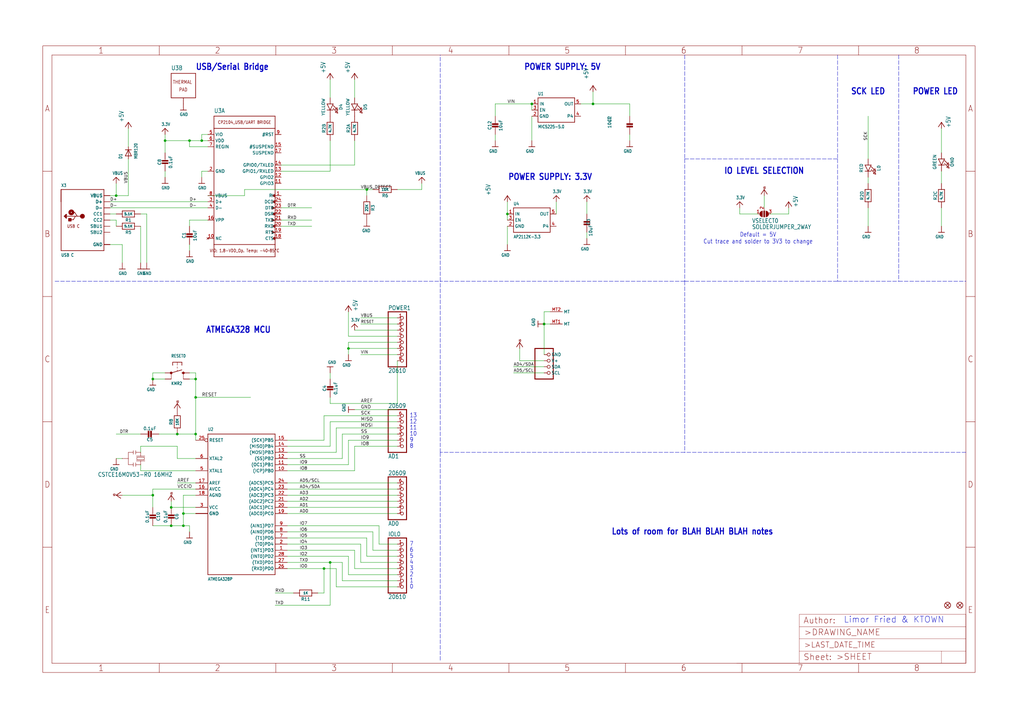
<source format=kicad_sch>
(kicad_sch (version 20211123) (generator eeschema)
  (paper "User" 425.45 299.161)
  (junction (at 78.74 58.42))
  (junction (at 76.2 218.44))
  (junction (at 71.12 218.44))
  (junction (at 144.78 144.78))
  (junction (at 71.12 210.82))
  (junction (at 63.5 205.74))
  (junction (at 68.58 58.42))
  (junction (at 81.28 165.1))
  (junction (at 210.82 88.9))
  (junction (at 137.16 233.68))
  (junction (at 81.28 180.34))
  (junction (at 134.62 236.22))
  (junction (at 152.4 78.74))
  (junction (at 83.82 58.42))
  (junction (at 48.26 81.28))
  (junction (at 246.38 43.18))
  (junction (at 63.5 157.48))
  (junction (at 73.66 180.34))
  (junction (at 81.28 157.48))
  (junction (at 220.98 43.18))
  (junction (at 226.06 134.62))
  (junction (at 76.2 213.36))
  (wire (pts (xy 78.74 218.44) (xy 78.74 220.98)))
  (wire (pts (xy 142.24 241.3) (xy 165.1 241.3)))
  (polyline (pts (xy 347.98 66.04) (xy 347.98 116.84)))
  (wire (pts (xy 63.5 154.94) (xy 63.5 157.48)))
  (wire (pts (xy 119.38 205.74) (xy 165.1 205.74)))
  (wire (pts (xy 81.28 210.82) (xy 71.12 210.82)))
  (wire (pts (xy 119.38 228.6) (xy 147.32 228.6)))
  (wire (pts (xy 360.68 93.98) (xy 360.68 86.36)))
  (wire (pts (xy 226.06 149.86) (xy 215.9 149.86)))
  (polyline (pts (xy 284.48 116.84) (xy 284.48 187.96)))
  (polyline (pts (xy 284.48 66.04) (xy 347.98 66.04)))
  (wire (pts (xy 137.16 185.42) (xy 119.38 185.42)))
  (wire (pts (xy 139.7 177.8) (xy 139.7 187.96)))
  (wire (pts (xy 137.16 58.42) (xy 137.16 71.12)))
  (wire (pts (xy 152.4 78.74) (xy 152.4 81.28)))
  (wire (pts (xy 149.86 226.06) (xy 119.38 226.06)))
  (wire (pts (xy 360.68 76.2) (xy 360.68 73.66)))
  (wire (pts (xy 144.78 144.78) (xy 144.78 147.32)))
  (wire (pts (xy 210.82 101.6) (xy 210.82 93.98)))
  (wire (pts (xy 165.1 182.88) (xy 144.78 182.88)))
  (wire (pts (xy 152.4 78.74) (xy 154.94 78.74)))
  (wire (pts (xy 129.54 93.98) (xy 116.84 93.98)))
  (wire (pts (xy 45.72 88.9) (xy 48.26 88.9)))
  (wire (pts (xy 53.34 81.28) (xy 48.26 81.28)))
  (wire (pts (xy 327.66 88.9) (xy 320.04 88.9)))
  (wire (pts (xy 68.58 154.94) (xy 63.5 154.94)))
  (wire (pts (xy 73.66 185.42) (xy 73.66 190.5)))
  (wire (pts (xy 165.1 132.08) (xy 149.86 132.08)))
  (wire (pts (xy 144.78 231.14) (xy 119.38 231.14)))
  (wire (pts (xy 175.26 78.74) (xy 175.26 76.2)))
  (wire (pts (xy 81.28 195.58) (xy 58.42 195.58)))
  (wire (pts (xy 165.1 167.64) (xy 137.16 167.64)))
  (wire (pts (xy 165.1 167.64) (xy 165.1 149.86)))
  (wire (pts (xy 165.1 243.84) (xy 139.7 243.84)))
  (wire (pts (xy 119.38 210.82) (xy 165.1 210.82)))
  (polyline (pts (xy 22.86 116.84) (xy 182.88 116.84)))
  (polyline (pts (xy 284.48 116.84) (xy 347.98 116.84)))
  (wire (pts (xy 116.84 71.12) (xy 137.16 71.12)))
  (wire (pts (xy 139.7 187.96) (xy 119.38 187.96)))
  (wire (pts (xy 144.78 142.24) (xy 144.78 144.78)))
  (polyline (pts (xy 284.48 22.86) (xy 284.48 66.04)))
  (wire (pts (xy 63.5 210.82) (xy 63.5 205.74)))
  (wire (pts (xy 144.78 193.04) (xy 119.38 193.04)))
  (wire (pts (xy 261.62 43.18) (xy 261.62 48.26)))
  (wire (pts (xy 226.06 147.32) (xy 226.06 134.62)))
  (wire (pts (xy 81.28 180.34) (xy 81.28 165.1)))
  (wire (pts (xy 142.24 190.5) (xy 142.24 180.34)))
  (wire (pts (xy 86.36 58.42) (xy 83.82 58.42)))
  (wire (pts (xy 243.84 83.82) (xy 243.84 88.9)))
  (wire (pts (xy 114.3 251.46) (xy 137.16 251.46)))
  (wire (pts (xy 149.86 147.32) (xy 165.1 147.32)))
  (wire (pts (xy 391.16 86.36) (xy 391.16 93.98)))
  (wire (pts (xy 215.9 149.86) (xy 215.9 144.78)))
  (wire (pts (xy 134.62 172.72) (xy 165.1 172.72)))
  (wire (pts (xy 78.74 157.48) (xy 81.28 157.48)))
  (wire (pts (xy 360.68 66.04) (xy 360.68 48.26)))
  (wire (pts (xy 210.82 88.9) (xy 210.82 83.82)))
  (wire (pts (xy 81.28 203.2) (xy 63.5 203.2)))
  (wire (pts (xy 147.32 236.22) (xy 165.1 236.22)))
  (wire (pts (xy 149.86 134.62) (xy 165.1 134.62)))
  (wire (pts (xy 58.42 187.96) (xy 58.42 185.42)))
  (wire (pts (xy 86.36 91.44) (xy 78.74 91.44)))
  (wire (pts (xy 231.14 83.82) (xy 231.14 88.9)))
  (wire (pts (xy 137.16 33.02) (xy 137.16 40.64)))
  (wire (pts (xy 86.36 71.12) (xy 83.82 71.12)))
  (wire (pts (xy 50.8 101.6) (xy 45.72 101.6)))
  (wire (pts (xy 165.1 203.2) (xy 119.38 203.2)))
  (wire (pts (xy 81.28 182.88) (xy 81.28 180.34)))
  (wire (pts (xy 137.16 233.68) (xy 142.24 233.68)))
  (wire (pts (xy 73.66 180.34) (xy 81.28 180.34)))
  (wire (pts (xy 220.98 48.26) (xy 220.98 58.42)))
  (polyline (pts (xy 347.98 116.84) (xy 373.38 116.84)))
  (wire (pts (xy 152.4 231.14) (xy 165.1 231.14)))
  (wire (pts (xy 134.62 182.88) (xy 134.62 172.72)))
  (wire (pts (xy 165.1 208.28) (xy 119.38 208.28)))
  (wire (pts (xy 144.78 182.88) (xy 144.78 193.04)))
  (wire (pts (xy 78.74 154.94) (xy 81.28 154.94)))
  (polyline (pts (xy 284.48 116.84) (xy 182.88 116.84)))
  (wire (pts (xy 119.38 223.52) (xy 152.4 223.52)))
  (wire (pts (xy 73.66 190.5) (xy 81.28 190.5)))
  (wire (pts (xy 101.6 78.74) (xy 152.4 78.74)))
  (wire (pts (xy 391.16 76.2) (xy 391.16 71.12)))
  (wire (pts (xy 101.6 81.28) (xy 101.6 78.74)))
  (wire (pts (xy 205.74 43.18) (xy 220.98 43.18)))
  (polyline (pts (xy 373.38 22.86) (xy 373.38 116.84)))
  (wire (pts (xy 68.58 58.42) (xy 68.58 55.88)))
  (wire (pts (xy 165.1 78.74) (xy 175.26 78.74)))
  (wire (pts (xy 58.42 88.9) (xy 60.96 88.9)))
  (wire (pts (xy 60.96 88.9) (xy 60.96 109.22)))
  (wire (pts (xy 71.12 210.82) (xy 71.12 208.28)))
  (wire (pts (xy 68.58 71.12) (xy 68.58 73.66)))
  (wire (pts (xy 86.36 55.88) (xy 83.82 55.88)))
  (wire (pts (xy 83.82 71.12) (xy 83.82 73.66)))
  (wire (pts (xy 119.38 200.66) (xy 165.1 200.66)))
  (wire (pts (xy 157.48 226.06) (xy 165.1 226.06)))
  (wire (pts (xy 119.38 195.58) (xy 147.32 195.58)))
  (wire (pts (xy 142.24 233.68) (xy 142.24 241.3)))
  (wire (pts (xy 165.1 142.24) (xy 144.78 142.24)))
  (wire (pts (xy 48.26 81.28) (xy 48.26 76.2)))
  (wire (pts (xy 226.06 129.54) (xy 226.06 134.62)))
  (wire (pts (xy 246.38 43.18) (xy 261.62 43.18)))
  (polyline (pts (xy 284.48 66.04) (xy 284.48 116.84)))
  (wire (pts (xy 142.24 180.34) (xy 165.1 180.34)))
  (polyline (pts (xy 182.88 187.96) (xy 182.88 116.84)))
  (wire (pts (xy 144.78 238.76) (xy 144.78 231.14)))
  (wire (pts (xy 165.1 170.18) (xy 147.32 170.18)))
  (wire (pts (xy 134.62 236.22) (xy 119.38 236.22)))
  (wire (pts (xy 147.32 185.42) (xy 165.1 185.42)))
  (wire (pts (xy 154.94 228.6) (xy 154.94 220.98)))
  (wire (pts (xy 48.26 180.34) (xy 58.42 180.34)))
  (wire (pts (xy 81.28 157.48) (xy 81.28 165.1)))
  (wire (pts (xy 53.34 66.04) (xy 53.34 81.28)))
  (wire (pts (xy 243.84 96.52) (xy 243.84 99.06)))
  (wire (pts (xy 165.1 137.16) (xy 147.32 137.16)))
  (wire (pts (xy 147.32 68.58) (xy 147.32 58.42)))
  (wire (pts (xy 83.82 55.88) (xy 83.82 58.42)))
  (wire (pts (xy 165.1 228.6) (xy 154.94 228.6)))
  (wire (pts (xy 104.14 165.1) (xy 81.28 165.1)))
  (wire (pts (xy 76.2 218.44) (xy 76.2 213.36)))
  (wire (pts (xy 76.2 218.44) (xy 71.12 218.44)))
  (wire (pts (xy 81.28 200.66) (xy 73.66 200.66)))
  (wire (pts (xy 78.74 60.96) (xy 78.74 58.42)))
  (wire (pts (xy 119.38 182.88) (xy 134.62 182.88)))
  (wire (pts (xy 53.34 53.34) (xy 53.34 60.96)))
  (wire (pts (xy 226.06 154.94) (xy 213.36 154.94)))
  (wire (pts (xy 137.16 175.26) (xy 165.1 175.26)))
  (wire (pts (xy 50.8 109.22) (xy 50.8 101.6)))
  (wire (pts (xy 205.74 43.18) (xy 205.74 48.26)))
  (wire (pts (xy 76.2 205.74) (xy 76.2 213.36)))
  (wire (pts (xy 116.84 68.58) (xy 147.32 68.58)))
  (wire (pts (xy 78.74 101.6) (xy 78.74 104.14)))
  (wire (pts (xy 137.16 157.48) (xy 137.16 154.94)))
  (wire (pts (xy 50.8 205.74) (xy 63.5 205.74)))
  (wire (pts (xy 48.26 91.44) (xy 48.26 93.98)))
  (wire (pts (xy 45.72 81.28) (xy 48.26 81.28)))
  (wire (pts (xy 63.5 205.74) (xy 63.5 203.2)))
  (wire (pts (xy 81.28 205.74) (xy 76.2 205.74)))
  (wire (pts (xy 68.58 157.48) (xy 63.5 157.48)))
  (polyline (pts (xy 182.88 116.84) (xy 182.88 22.86)))
  (wire (pts (xy 226.06 134.62) (xy 228.6 134.62)))
  (wire (pts (xy 50.8 190.5) (xy 48.26 190.5)))
  (wire (pts (xy 165.1 238.76) (xy 144.78 238.76)))
  (wire (pts (xy 119.38 218.44) (xy 157.48 218.44)))
  (polyline (pts (xy 182.88 274.32) (xy 182.88 187.96)))
  (wire (pts (xy 68.58 58.42) (xy 68.58 63.5)))
  (wire (pts (xy 86.36 81.28) (xy 101.6 81.28)))
  (wire (pts (xy 147.32 195.58) (xy 147.32 185.42)))
  (wire (pts (xy 144.78 129.54) (xy 144.78 139.7)))
  (wire (pts (xy 119.38 233.68) (xy 137.16 233.68)))
  (wire (pts (xy 165.1 233.68) (xy 149.86 233.68)))
  (wire (pts (xy 165.1 139.7) (xy 144.78 139.7)))
  (wire (pts (xy 58.42 195.58) (xy 58.42 193.04)))
  (wire (pts (xy 66.04 180.34) (xy 73.66 180.34)))
  (polyline (pts (xy 401.32 187.96) (xy 284.48 187.96)))
  (wire (pts (xy 86.36 60.96) (xy 78.74 60.96)))
  (wire (pts (xy 58.42 185.42) (xy 73.66 185.42)))
  (wire (pts (xy 76.2 213.36) (xy 81.28 213.36)))
  (wire (pts (xy 119.38 190.5) (xy 142.24 190.5)))
  (wire (pts (xy 137.16 185.42) (xy 137.16 175.26)))
  (wire (pts (xy 226.06 152.4) (xy 213.36 152.4)))
  (wire (pts (xy 116.84 91.44) (xy 129.54 91.44)))
  (wire (pts (xy 114.3 246.38) (xy 121.92 246.38)))
  (wire (pts (xy 58.42 93.98) (xy 58.42 109.22)))
  (wire (pts (xy 116.84 86.36) (xy 129.54 86.36)))
  (wire (pts (xy 391.16 53.34) (xy 391.16 63.5)))
  (wire (pts (xy 165.1 177.8) (xy 139.7 177.8)))
  (wire (pts (xy 165.1 144.78) (xy 144.78 144.78)))
  (wire (pts (xy 45.72 91.44) (xy 48.26 91.44)))
  (polyline (pts (xy 284.48 187.96) (xy 182.88 187.96)))
  (wire (pts (xy 149.86 233.68) (xy 149.86 226.06)))
  (wire (pts (xy 228.6 129.54) (xy 226.06 129.54)))
  (wire (pts (xy 134.62 246.38) (xy 134.62 236.22)))
  (wire (pts (xy 152.4 223.52) (xy 152.4 231.14)))
  (wire (pts (xy 165.1 213.36) (xy 119.38 213.36)))
  (wire (pts (xy 327.66 86.36) (xy 327.66 88.9)))
  (wire (pts (xy 45.72 83.82) (xy 86.36 83.82)))
  (wire (pts (xy 241.3 43.18) (xy 246.38 43.18)))
  (polyline (pts (xy 373.38 116.84) (xy 401.32 116.84)))
  (wire (pts (xy 81.28 154.94) (xy 81.28 157.48)))
  (wire (pts (xy 83.82 58.42) (xy 78.74 58.42)))
  (wire (pts (xy 137.16 165.1) (xy 137.16 167.64)))
  (polyline (pts (xy 347.98 22.86) (xy 347.98 66.04)))
  (wire (pts (xy 307.34 88.9) (xy 314.96 88.9)))
  (wire (pts (xy 76.2 218.44) (xy 78.74 218.44)))
  (wire (pts (xy 220.98 45.72) (xy 220.98 43.18)))
  (wire (pts (xy 317.5 81.28) (xy 317.5 86.36)))
  (wire (pts (xy 246.38 38.1) (xy 246.38 43.18)))
  (wire (pts (xy 157.48 218.44) (xy 157.48 226.06)))
  (wire (pts (xy 147.32 40.64) (xy 147.32 33.02)))
  (wire (pts (xy 261.62 55.88) (xy 261.62 58.42)))
  (wire (pts (xy 147.32 228.6) (xy 147.32 236.22)))
  (wire (pts (xy 134.62 246.38) (xy 132.08 246.38)))
  (wire (pts (xy 139.7 236.22) (xy 134.62 236.22)))
  (wire (pts (xy 210.82 91.44) (xy 210.82 88.9)))
  (wire (pts (xy 154.94 220.98) (xy 119.38 220.98)))
  (wire (pts (xy 307.34 86.36) (xy 307.34 88.9)))
  (wire (pts (xy 205.74 55.88) (xy 205.74 58.42)))
  (wire (pts (xy 45.72 86.36) (xy 86.36 86.36)))
  (wire (pts (xy 71.12 218.44) (xy 63.5 218.44)))
  (wire (pts (xy 139.7 243.84) (xy 139.7 236.22)))
  (wire (pts (xy 78.74 58.42) (xy 68.58 58.42)))
  (wire (pts (xy 137.16 251.46) (xy 137.16 233.68)))
  (wire (pts (xy 78.74 91.44) (xy 78.74 93.98)))
  (text "Limor Fried & KTOWN" (at 350.52 259.08 180) (effects (font (size 2.54 2.54)) (justify left bottom)))
  (text "11" (at 170.18 177.8 180) (effects (font (size 1.778 1.5113)) (justify left)))
  (text "7" (at 170.18 226.06 180) (effects (font (size 1.778 1.5113)) (justify left)))
  (text "3" (at 170.18 236.22 180) (effects (font (size 1.778 1.5113)) (justify left)))
  (text "2" (at 170.18 238.76 180) (effects (font (size 1.778 1.5113)) (justify left)))
  (text "6" (at 170.18 228.6 180) (effects (font (size 1.778 1.5113)) (justify left)))
  (text "0" (at 170.18 243.84 180) (effects (font (size 1.778 1.5113)) (justify left)))
  (text "9" (at 170.18 182.88 180) (effects (font (size 1.778 1.5113)) (justify left)))
  (text "ATMEGA328 MCU" (at 99.06 137.16 180) (effects (font (size 2.54 2.159) (thickness 0.4318) bold)))
  (text "5" (at 170.18 231.14 180) (effects (font (size 1.778 1.5113)) (justify left)))
  (text "Lots of room for BLAH BLAH BLAH notes" (at 254 220.98 180) (effects (font (size 2.54 2.159) (thickness 0.4318) bold) (justify left)))
  (text "POWER SUPPLY: 5V" (at 233.68 27.94 180) (effects (font (size 2.54 2.159) (thickness 0.4318) bold)))
  (text "8" (at 170.18 185.42 180) (effects (font (size 1.778 1.5113)) (justify left)))
  (text "12" (at 170.18 175.26 180) (effects (font (size 1.778 1.5113)) (justify left)))
  (text "POWER SUPPLY: 3.3V" (at 228.6 73.66 180) (effects (font (size 2.54 2.159) (thickness 0.4318) bold)))
  (text "4" (at 170.18 233.68 180) (effects (font (size 1.778 1.5113)) (justify left)))
  (text "SCK LED" (at 360.68 38.1 180) (effects (font (size 2.54 2.159) (thickness 0.4318) bold)))
  (text "Default = 5V\nCut trace and solder to 3V3 to change" (at 314.96 99.06 180) (effects (font (size 1.778 1.5113))))
  (text "IO LEVEL SELECTION" (at 317.5 71.12 180) (effects (font (size 2.54 2.159) (thickness 0.4318) bold)))
  (text "1" (at 170.18 241.3 180) (effects (font (size 1.778 1.5113)) (justify left)))
  (text "13" (at 170.18 172.72 180) (effects (font (size 1.778 1.5113)) (justify left)))
  (text "POWER LED" (at 388.62 38.1 180) (effects (font (size 2.54 2.159) (thickness 0.4318) bold)))
  (text "USB/Serial Bridge" (at 96.52 27.94 180) (effects (font (size 2.54 2.159) (thickness 0.4318) bold)))
  (text "10" (at 170.18 180.34 180) (effects (font (size 1.778 1.5113)) (justify left)))
  (label "VIN" (at 210.82 43.18 0) (effects (font (size 1.2446 1.2446))))
  (label "MISO" (at 149.86 175.26 0) (effects (font (size 1.3513 1.3513))))
  (label "DTR" (at 119.38 86.36 0) (effects (font (size 1.2446 1.2446))))
  (label "SCK" (at 360.68 58.42 90) (effects (font (size 1.2446 1.2446))))
  (label "IO9" (at 149.86 182.88 0) (effects (font (size 1.3513 1.3513))))
  (label "IO4" (at 124.46 226.06 0) (effects (font (size 1.2446 1.2446))))
  (label "DTR" (at 53.34 180.34 180) (effects (font (size 1.2446 1.2446))))
  (label "VBUS" (at 53.34 76.2 90) (effects (font (size 1.2446 1.2446))))
  (label "D-" (at 78.74 86.36 0) (effects (font (size 1.2446 1.2446))))
  (label "IO7" (at 124.46 218.44 0) (effects (font (size 1.2446 1.2446))))
  (label "AD0" (at 124.46 213.36 0) (effects (font (size 1.2446 1.2446))))
  (label "AREF" (at 73.66 200.66 0) (effects (font (size 1.3513 1.3513))))
  (label "SS" (at 124.46 190.5 0) (effects (font (size 1.2446 1.2446))))
  (label "SCK" (at 149.86 172.72 0) (effects (font (size 1.3513 1.3513))))
  (label "VCCIO" (at 73.66 203.2 0) (effects (font (size 1.3513 1.3513))))
  (label "AD4/SDA" (at 124.46 203.2 0) (effects (font (size 1.2446 1.2446))))
  (label "IO9" (at 124.46 193.04 0) (effects (font (size 1.2446 1.2446))))
  (label "AD2" (at 124.46 208.28 0) (effects (font (size 1.2446 1.2446))))
  (label "IO6" (at 124.46 220.98 0) (effects (font (size 1.2446 1.2446))))
  (label "IO2" (at 124.46 231.14 0) (effects (font (size 1.2446 1.2446))))
  (label "AREF" (at 149.86 167.64 0) (effects (font (size 1.3513 1.3513))))
  (label "AD3" (at 124.46 205.74 0) (effects (font (size 1.2446 1.2446))))
  (label "TXD" (at 124.46 233.68 0) (effects (font (size 1.2446 1.2446))))
  (label "MOSI" (at 149.86 177.8 0) (effects (font (size 1.3513 1.3513))))
  (label "RESET" (at 149.86 134.62 0) (effects (font (size 1.1735 1.1735))))
  (label "VBUS" (at 149.86 132.08 0) (effects (font (size 1.2446 1.2446))))
  (label "RXD" (at 119.38 91.44 0) (effects (font (size 1.2446 1.2446))))
  (label "VBUS_DETECT" (at 149.86 78.74 0) (effects (font (size 1.2446 1.2446))))
  (label "AD4/SDA" (at 213.36 152.4 0) (effects (font (size 1.2446 1.2446))))
  (label "IO0" (at 124.46 236.22 0) (effects (font (size 1.2446 1.2446))))
  (label "AD5/SCL" (at 213.36 154.94 0) (effects (font (size 1.2446 1.2446))))
  (label "AD1" (at 124.46 210.82 0) (effects (font (size 1.2446 1.2446))))
  (label "GND" (at 149.86 170.18 0) (effects (font (size 1.3513 1.3513))))
  (label "IO5" (at 124.46 223.52 0) (effects (font (size 1.2446 1.2446))))
  (label "TXD" (at 119.38 93.98 0) (effects (font (size 1.2446 1.2446))))
  (label "RESET" (at 83.82 165.1 0) (effects (font (size 1.3513 1.3513))))
  (label "IO8" (at 149.86 185.42 0) (effects (font (size 1.3513 1.3513))))
  (label "SS" (at 149.86 180.34 0) (effects (font (size 1.3513 1.3513))))
  (label "RXD" (at 114.3 246.38 0) (effects (font (size 1.2446 1.2446))))
  (label "VIN" (at 149.86 147.32 0) (effects (font (size 1.2446 1.2446))))
  (label "D+" (at 78.74 83.82 0) (effects (font (size 1.2446 1.2446))))
  (label "IO3" (at 124.46 228.6 0) (effects (font (size 1.2446 1.2446))))
  (label "IO8" (at 124.46 195.58 0) (effects (font (size 1.2446 1.2446))))
  (label "D-" (at 45.72 86.36 0) (effects (font (size 1.2446 1.2446))))
  (label "AD5/SCL" (at 124.46 200.66 0) (effects (font (size 1.2446 1.2446))))
  (label "TXD" (at 114.3 251.46 0) (effects (font (size 1.2446 1.2446))))
  (label "D+" (at 45.72 83.82 0) (effects (font (size 1.2446 1.2446))))
  (symbol (lib_id "eagleSchem-eagle-import:VBUS") (at 48.26 73.66 0) (unit 1)
    (property "Reference" "#U$28" (effects hide))
    (property "Value" "VBUS" (at 46.736 72.644 0) (effects (font (size 1.27 1.0795)) (justify left bottom)))
    (property "Footprint" "eagleSchem:" (effects hide))
  )
  (symbol (lib_id "eagleSchem-eagle-import:HEADER-1X8ROUND") (at 167.64 236.22 0) (unit 1)
    (property "Reference" "IOL0" (at 161.29 222.885 0) (effects (font (size 1.778 1.5113)) (justify left bottom)))
    (property "Value" "20610" (at 161.29 248.92 0) (effects (font (size 1.778 1.5113)) (justify left bottom)))
    (property "Footprint" "eagleSchem:1X08_ROUND" (effects hide))
  )
  (symbol (lib_id "eagleSchem-eagle-import:GND") (at 144.78 170.18 270) (unit 1)
    (property "Reference" "#GND6" (effects hide))
    (property "Value" "GND" (at 142.24 167.64 0) (effects (font (size 1.27 1.0795)) (justify left bottom)))
    (property "Footprint" "eagleSchem:" (effects hide))
  )
  (symbol (lib_id "eagleSchem-eagle-import:+5V") (at 53.34 50.8 0) (unit 1)
    (property "Reference" "#P+2" (effects hide))
    (property "Value" "+5V" (at 51.435 50.8 90) (effects (font (size 1.778 1.5113)) (justify left bottom)))
    (property "Footprint" "eagleSchem:" (effects hide))
  )
  (symbol (lib_id "eagleSchem-eagle-import:GND") (at 58.42 111.76 0) (unit 1)
    (property "Reference" "#U$13" (effects hide))
    (property "Value" "GND" (at 56.896 114.3 0) (effects (font (size 1.27 1.0795)) (justify left bottom)))
    (property "Footprint" "eagleSchem:" (effects hide))
  )
  (symbol (lib_id "eagleSchem-eagle-import:+5V") (at 137.16 30.48 0) (unit 1)
    (property "Reference" "#P+7" (effects hide))
    (property "Value" "+5V" (at 135.255 30.48 90) (effects (font (size 1.778 1.5113)) (justify left bottom)))
    (property "Footprint" "eagleSchem:" (effects hide))
  )
  (symbol (lib_id "eagleSchem-eagle-import:USB_C") (at 35.56 91.44 0) (unit 1)
    (property "Reference" "X3" (at 25.4 77.724 0) (effects (font (size 1.27 1.0795)) (justify left bottom)))
    (property "Value" "USB C" (at 25.4 106.68 0) (effects (font (size 1.27 1.0795)) (justify left bottom)))
    (property "Footprint" "eagleSchem:USB_C_CUSB31-CFM2AX-01-X" (effects hide))
  )
  (symbol (lib_id "eagleSchem-eagle-import:CAP_CERAMIC0805-NOOUTLINE") (at 243.84 91.44 0) (mirror x) (unit 1)
    (property "Reference" "C3" (at 245.237 90.805 90) (effects (justify left bottom)))
    (property "Value" "10uF" (at 246.126 93.345 90) (effects (justify left bottom)))
    (property "Footprint" "eagleSchem:0805-NO" (effects hide))
  )
  (symbol (lib_id "eagleSchem-eagle-import:SWITCH_TACT_SMT4.6X2.8") (at 73.66 154.94 0) (unit 1)
    (property "Reference" "RESET0" (at 71.12 148.59 0) (effects (font (size 1.27 1.0795)) (justify left bottom)))
    (property "Value" "KMR2" (at 71.12 160.02 0) (effects (font (size 1.27 1.0795)) (justify left bottom)))
    (property "Footprint" "eagleSchem:BTN_KMR2_4.6X2.8" (effects hide))
  )
  (symbol (lib_id "eagleSchem-eagle-import:GND") (at 63.5 160.02 0) (unit 1)
    (property "Reference" "#GND12" (effects hide))
    (property "Value" "GND" (at 60.96 162.56 0) (effects (font (size 1.27 1.0795)) (justify left bottom)))
    (property "Footprint" "eagleSchem:" (effects hide))
  )
  (symbol (lib_id "eagleSchem-eagle-import:LED0603_NOOUTLINE") (at 360.68 71.12 270) (unit 1)
    (property "Reference" "L0" (at 365.125 69.85 0))
    (property "Value" "RED" (at 357.886 69.85 0))
    (property "Footprint" "eagleSchem:CHIPLED_0603_NOOUTLINE" (effects hide))
  )
  (symbol (lib_id "eagleSchem-eagle-import:GND") (at 60.96 111.76 0) (unit 1)
    (property "Reference" "#U$17" (effects hide))
    (property "Value" "GND" (at 59.436 114.3 0) (effects (font (size 1.27 1.0795)) (justify left bottom)))
    (property "Footprint" "eagleSchem:" (effects hide))
  )
  (symbol (lib_id "eagleSchem-eagle-import:+5V") (at 391.16 50.8 0) (unit 1)
    (property "Reference" "#P+5" (effects hide))
    (property "Value" "+5V" (at 393.065 48.26 90) (effects (font (size 1.778 1.5113)) (justify right top)))
    (property "Footprint" "eagleSchem:" (effects hide))
  )
  (symbol (lib_id "eagleSchem-eagle-import:STEMMA_I2C_QT") (at 228.6 129.54 0) (unit 3)
    (property "Reference" "CONN1" (effects hide))
    (property "Value" "STEMMA_I2C_QT" (effects hide))
    (property "Footprint" "eagleSchem:JST_SH4" (effects hide))
  )
  (symbol (lib_id "eagleSchem-eagle-import:GND") (at 205.74 60.96 0) (unit 1)
    (property "Reference" "#GND25" (effects hide))
    (property "Value" "GND" (at 203.2 63.5 0) (effects (font (size 1.27 1.0795)) (justify left bottom)))
    (property "Footprint" "eagleSchem:" (effects hide))
  )
  (symbol (lib_id "eagleSchem-eagle-import:GND") (at 220.98 60.96 0) (unit 1)
    (property "Reference" "#GND11" (effects hide))
    (property "Value" "GND" (at 218.44 63.5 0) (effects (font (size 1.27 1.0795)) (justify left bottom)))
    (property "Footprint" "eagleSchem:" (effects hide))
  )
  (symbol (lib_id "eagleSchem-eagle-import:GND") (at 50.8 111.76 0) (unit 1)
    (property "Reference" "#U$23" (effects hide))
    (property "Value" "GND" (at 49.276 114.3 0) (effects (font (size 1.27 1.0795)) (justify left bottom)))
    (property "Footprint" "eagleSchem:" (effects hide))
  )
  (symbol (lib_id "eagleSchem-eagle-import:CP2104") (at 101.6 76.2 0) (unit 1)
    (property "Reference" "U3" (at 88.9 46.99 0) (effects (font (size 1.778 1.5113)) (justify left bottom)))
    (property "Value" "CP210x" (effects hide))
    (property "Footprint" "eagleSchem:QFN24_4MM_SMSC" (effects hide))
  )
  (symbol (lib_id "eagleSchem-eagle-import:A3L-LOC-MOD") (at 17.78 279.4 0) (unit 1)
    (property "Reference" "#FRAME1" (effects hide))
    (property "Value" "A3L-LOC-MOD" (effects hide))
    (property "Footprint" "eagleSchem:" (effects hide))
  )
  (symbol (lib_id "eagleSchem-eagle-import:FIDUCIAL_1MM") (at 398.78 251.46 0) (unit 1)
    (property "Reference" "FD2" (effects hide))
    (property "Value" "FIDUCIAL_1MM" (effects hide))
    (property "Footprint" "eagleSchem:FIDUCIAL_1MM" (effects hide))
  )
  (symbol (lib_id "eagleSchem-eagle-import:RESISTOR_4PACK") (at 147.32 53.34 90) (unit 1)
    (property "Reference" "R2" (at 144.78 53.34 0))
    (property "Value" "4.7K" (at 147.32 53.34 0) (effects (font (size 1.016 1.016) bold)))
    (property "Footprint" "eagleSchem:RESPACK_4X0603" (effects hide))
  )
  (symbol (lib_id "eagleSchem-eagle-import:GND") (at 48.26 193.04 0) (unit 1)
    (property "Reference" "#GND3" (effects hide))
    (property "Value" "GND" (at 45.72 195.58 0) (effects (font (size 1.27 1.0795)) (justify left bottom)))
    (property "Footprint" "eagleSchem:" (effects hide))
  )
  (symbol (lib_id "eagleSchem-eagle-import:CAP_CERAMIC0603_NO") (at 137.16 162.56 0) (unit 1)
    (property "Reference" "C4" (at 134.87 161.31 90))
    (property "Value" "0.1uF" (at 139.46 161.31 90))
    (property "Footprint" "eagleSchem:0603-NO" (effects hide))
  )
  (symbol (lib_id "eagleSchem-eagle-import:HEADER-1X6ROUND") (at 167.64 177.8 0) (mirror x) (unit 1)
    (property "Reference" "AD1" (at 161.29 188.595 0) (effects (font (size 1.778 1.5113)) (justify left bottom)))
    (property "Value" "20609" (at 161.29 167.64 0) (effects (font (size 1.778 1.5113)) (justify left bottom)))
    (property "Footprint" "eagleSchem:1X06_ROUND" (effects hide))
  )
  (symbol (lib_id "eagleSchem-eagle-import:DIODE_MINISOD123") (at 53.34 63.5 90) (unit 1)
    (property "Reference" "D1" (at 50.8 66.04 0) (effects (font (size 1.27 1.0795)) (justify left bottom)))
    (property "Value" "MBR120" (at 57.15 66.04 0) (effects (font (size 1.27 1.0795)) (justify left bottom)))
    (property "Footprint" "eagleSchem:SOD-123FL" (effects hide))
  )
  (symbol (lib_id "eagleSchem-eagle-import:GND") (at 360.68 96.52 0) (unit 1)
    (property "Reference" "#GND17" (effects hide))
    (property "Value" "GND" (at 358.14 99.06 0) (effects (font (size 1.27 1.0795)) (justify left bottom)))
    (property "Footprint" "eagleSchem:" (effects hide))
  )
  (symbol (lib_id "eagleSchem-eagle-import:RESISTOR_0603_NOOUT") (at 127 246.38 180) (unit 1)
    (property "Reference" "R11" (at 127 248.92 0))
    (property "Value" "1K" (at 127 246.38 0) (effects (font (size 1.016 1.016) bold)))
    (property "Footprint" "eagleSchem:0603-NO" (effects hide))
  )
  (symbol (lib_id "eagleSchem-eagle-import:GND") (at 391.16 96.52 0) (unit 1)
    (property "Reference" "#GND14" (effects hide))
    (property "Value" "GND" (at 388.62 99.06 0) (effects (font (size 1.27 1.0795)) (justify left bottom)))
    (property "Footprint" "eagleSchem:" (effects hide))
  )
  (symbol (lib_id "eagleSchem-eagle-import:GND") (at 261.62 60.96 0) (unit 1)
    (property "Reference" "#GND7" (effects hide))
    (property "Value" "GND" (at 259.08 63.5 0) (effects (font (size 1.27 1.0795)) (justify left bottom)))
    (property "Footprint" "eagleSchem:" (effects hide))
  )
  (symbol (lib_id "eagleSchem-eagle-import:CAP_CERAMIC0603_NO") (at 63.5 213.36 180) (unit 1)
    (property "Reference" "C10" (at 65.79 214.61 90))
    (property "Value" "0.1uF" (at 61.2 214.61 90))
    (property "Footprint" "eagleSchem:0603-NO" (effects hide))
  )
  (symbol (lib_id "eagleSchem-eagle-import:+5V") (at 144.78 127 0) (unit 1)
    (property "Reference" "#P+4" (effects hide))
    (property "Value" "+5V" (at 146.685 124.46 90) (effects (font (size 1.778 1.5113)) (justify right top)))
    (property "Footprint" "eagleSchem:" (effects hide))
  )
  (symbol (lib_id "eagleSchem-eagle-import:+5V") (at 246.38 35.56 0) (unit 1)
    (property "Reference" "#P+14" (effects hide))
    (property "Value" "+5V" (at 244.475 33.02 90) (effects (font (size 1.778 1.5113)) (justify left bottom)))
    (property "Footprint" "eagleSchem:" (effects hide))
  )
  (symbol (lib_id "eagleSchem-eagle-import:RESISTOR_4PACK") (at 391.16 81.28 90) (unit 3)
    (property "Reference" "R2" (at 388.62 81.28 0))
    (property "Value" "4.7K" (at 391.16 81.28 0) (effects (font (size 1.016 1.016) bold)))
    (property "Footprint" "eagleSchem:RESPACK_4X0603" (effects hide))
  )
  (symbol (lib_id "eagleSchem-eagle-import:VCCIO") (at 71.12 205.74 0) (unit 1)
    (property "Reference" "#VCC4" (effects hide))
    (property "Value" "VCCIO" (effects hide))
    (property "Footprint" "eagleSchem:" (effects hide))
  )
  (symbol (lib_id "eagleSchem-eagle-import:RESISTOR_0603_NOOUT") (at 53.34 88.9 180) (unit 1)
    (property "Reference" "R1" (at 53.34 91.44 0))
    (property "Value" "5.1K" (at 53.34 88.9 0) (effects (font (size 1.016 1.016) bold)))
    (property "Footprint" "eagleSchem:0603-NO" (effects hide))
  )
  (symbol (lib_id "eagleSchem-eagle-import:GND") (at 76.2 45.72 0) (unit 1)
    (property "Reference" "#U$26" (effects hide))
    (property "Value" "GND" (at 74.676 48.26 0) (effects (font (size 1.27 1.0795)) (justify left bottom)))
    (property "Footprint" "eagleSchem:" (effects hide))
  )
  (symbol (lib_id "eagleSchem-eagle-import:RESISTOR_0603_NOOUT") (at 73.66 175.26 90) (unit 1)
    (property "Reference" "R8" (at 71.12 175.26 0))
    (property "Value" "10K" (at 73.66 175.26 0) (effects (font (size 1.016 1.016) bold)))
    (property "Footprint" "eagleSchem:0603-NO" (effects hide))
  )
  (symbol (lib_id "eagleSchem-eagle-import:3.3V") (at 231.14 81.28 0) (unit 1)
    (property "Reference" "#U$3" (effects hide))
    (property "Value" "3.3V" (at 229.616 80.264 0) (effects (font (size 1.27 1.0795)) (justify left bottom)))
    (property "Footprint" "eagleSchem:" (effects hide))
  )
  (symbol (lib_id "eagleSchem-eagle-import:GND") (at 223.52 134.62 270) (unit 1)
    (property "Reference" "#GND4" (effects hide))
    (property "Value" "GND" (at 220.98 132.08 0) (effects (font (size 1.27 1.0795)) (justify left bottom)))
    (property "Footprint" "eagleSchem:" (effects hide))
  )
  (symbol (lib_id "eagleSchem-eagle-import:VCCIO") (at 215.9 142.24 0) (unit 1)
    (property "Reference" "#VCC3" (effects hide))
    (property "Value" "VCCIO" (effects hide))
    (property "Footprint" "eagleSchem:" (effects hide))
  )
  (symbol (lib_id "eagleSchem-eagle-import:3.3V") (at 68.58 53.34 0) (unit 1)
    (property "Reference" "#U$1" (effects hide))
    (property "Value" "3.3V" (at 67.056 52.324 0) (effects (font (size 1.27 1.0795)) (justify left bottom)))
    (property "Footprint" "eagleSchem:" (effects hide))
  )
  (symbol (lib_id "eagleSchem-eagle-import:+5V") (at 147.32 30.48 0) (unit 1)
    (property "Reference" "#P+8" (effects hide))
    (property "Value" "+5V" (at 145.415 30.48 90) (effects (font (size 1.778 1.5113)) (justify left bottom)))
    (property "Footprint" "eagleSchem:" (effects hide))
  )
  (symbol (lib_id "eagleSchem-eagle-import:GND") (at 78.74 223.52 0) (unit 1)
    (property "Reference" "#GND2" (effects hide))
    (property "Value" "GND" (at 76.2 226.06 0) (effects (font (size 1.27 1.0795)) (justify left bottom)))
    (property "Footprint" "eagleSchem:" (effects hide))
  )
  (symbol (lib_id "eagleSchem-eagle-import:RESISTOR_4PACK") (at 360.68 81.28 90) (unit 4)
    (property "Reference" "R2" (at 358.14 81.28 0))
    (property "Value" "4.7K" (at 360.68 81.28 0) (effects (font (size 1.016 1.016) bold)))
    (property "Footprint" "eagleSchem:RESPACK_4X0603" (effects hide))
  )
  (symbol (lib_id "eagleSchem-eagle-import:3.3V") (at 147.32 134.62 0) (unit 1)
    (property "Reference" "#U$8" (effects hide))
    (property "Value" "3.3V" (at 145.796 133.604 0) (effects (font (size 1.27 1.0795)) (justify left bottom)))
    (property "Footprint" "eagleSchem:" (effects hide))
  )
  (symbol (lib_id "eagleSchem-eagle-import:ATMEGA328P-MM") (at 101.6 208.28 0) (unit 1)
    (property "Reference" "U2" (at 86.36 179.07 0) (effects (font (size 1.27 1.0795)) (justify left bottom)))
    (property "Value" "ATMEGA328P" (at 86.36 241.3 0) (effects (font (size 1.27 1.0795)) (justify left bottom)))
    (property "Footprint" "eagleSchem:QFN28_4MM_.45MM" (effects hide))
  )
  (symbol (lib_id "eagleSchem-eagle-import:RESONATORMU") (at 58.42 190.5 0) (unit 1)
    (property "Reference" "Y2" (effects hide))
    (property "Value" "CSTCE16M0V53-R0 16MHZ" (at 40.64 198.12 0) (effects (font (size 1.778 1.5113)) (justify left bottom)))
    (property "Footprint" "eagleSchem:RESONATOR" (effects hide))
  )
  (symbol (lib_id "eagleSchem-eagle-import:3.3V") (at 243.84 81.28 0) (unit 1)
    (property "Reference" "#U$2" (effects hide))
    (property "Value" "3.3V" (at 242.316 80.264 0) (effects (font (size 1.27 1.0795)) (justify left bottom)))
    (property "Footprint" "eagleSchem:" (effects hide))
  )
  (symbol (lib_id "eagleSchem-eagle-import:GND") (at 68.58 76.2 0) (unit 1)
    (property "Reference" "#U$19" (effects hide))
    (property "Value" "GND" (at 67.056 78.74 0) (effects (font (size 1.27 1.0795)) (justify left bottom)))
    (property "Footprint" "eagleSchem:" (effects hide))
  )
  (symbol (lib_id "eagleSchem-eagle-import:CAP_CERAMIC0603_NO") (at 63.5 180.34 90) (unit 1)
    (property "Reference" "C5" (at 62.25 182.63 90))
    (property "Value" "0.1uF" (at 62.25 178.04 90))
    (property "Footprint" "eagleSchem:0603-NO" (effects hide))
  )
  (symbol (lib_id "eagleSchem-eagle-import:CAP_CERAMIC0805-NOOUTLINE") (at 261.62 50.8 180) (unit 1)
    (property "Reference" "C2" (at 254 50.8 90) (effects (justify right top)))
    (property "Value" "10uF" (at 254 53.34 90) (effects (justify right top)))
    (property "Footprint" "eagleSchem:0805-NO" (effects hide))
  )
  (symbol (lib_id "eagleSchem-eagle-import:CAP_CERAMIC0805-NOOUTLINE") (at 78.74 99.06 0) (unit 1)
    (property "Reference" "C1" (at 76.45 97.81 90))
    (property "Value" "10uF" (at 81.04 97.81 90))
    (property "Footprint" "eagleSchem:0805-NO" (effects hide))
  )
  (symbol (lib_id "eagleSchem-eagle-import:CAP_CERAMIC0603_NO") (at 71.12 213.36 180) (unit 1)
    (property "Reference" "C6" (at 73.41 214.61 90))
    (property "Value" "0.1uF" (at 68.82 214.61 90))
    (property "Footprint" "eagleSchem:0603-NO" (effects hide))
  )
  (symbol (lib_id "eagleSchem-eagle-import:VCCIO") (at 48.26 205.74 90) (unit 1)
    (property "Reference" "#VCC1" (effects hide))
    (property "Value" "VCCIO" (effects hide))
    (property "Footprint" "eagleSchem:" (effects hide))
  )
  (symbol (lib_id "eagleSchem-eagle-import:RESISTOR_4PACK") (at 137.16 53.34 90) (unit 2)
    (property "Reference" "R2" (at 134.62 53.34 0))
    (property "Value" "4.7K" (at 137.16 53.34 0) (effects (font (size 1.016 1.016) bold)))
    (property "Footprint" "eagleSchem:RESPACK_4X0603" (effects hide))
  )
  (symbol (lib_id "eagleSchem-eagle-import:+5V") (at 210.82 81.28 0) (unit 1)
    (property "Reference" "#P+3" (effects hide))
    (property "Value" "+5V" (at 203.835 81.28 90) (effects (font (size 1.778 1.5113)) (justify left bottom)))
    (property "Footprint" "eagleSchem:" (effects hide))
  )
  (symbol (lib_id "eagleSchem-eagle-import:LED0603_NOOUTLINE") (at 137.16 45.72 270) (unit 1)
    (property "Reference" "D4" (at 141.605 44.45 0))
    (property "Value" "YELLOW" (at 134.366 44.45 0))
    (property "Footprint" "eagleSchem:CHIPLED_0603_NOOUTLINE" (effects hide))
  )
  (symbol (lib_id "eagleSchem-eagle-import:CAP_CERAMIC0603_NO") (at 68.58 68.58 0) (unit 1)
    (property "Reference" "C8" (at 66.29 67.33 90))
    (property "Value" "0.1uF" (at 70.88 67.33 90))
    (property "Footprint" "eagleSchem:0603-NO" (effects hide))
  )
  (symbol (lib_id "eagleSchem-eagle-import:GND") (at 83.82 76.2 0) (unit 1)
    (property "Reference" "#U$15" (effects hide))
    (property "Value" "GND" (at 82.296 78.74 0) (effects (font (size 1.27 1.0795)) (justify left bottom)))
    (property "Footprint" "eagleSchem:" (effects hide))
  )
  (symbol (lib_id "eagleSchem-eagle-import:LED0603_NOOUTLINE") (at 147.32 45.72 270) (unit 1)
    (property "Reference" "D5" (at 151.765 44.45 0))
    (property "Value" "YELLOW" (at 144.526 44.45 0))
    (property "Footprint" "eagleSchem:CHIPLED_0603_NOOUTLINE" (effects hide))
  )
  (symbol (lib_id "eagleSchem-eagle-import:VREG_SOT23-5") (at 231.14 45.72 0) (unit 1)
    (property "Reference" "U1" (at 223.52 39.624 0) (effects (font (size 1.27 1.0795)) (justify left bottom)))
    (property "Value" "MIC5225-5.0" (at 223.52 53.34 0) (effects (font (size 1.27 1.0795)) (justify left bottom)))
    (property "Footprint" "eagleSchem:SOT23-5" (effects hide))
  )
  (symbol (lib_id "eagleSchem-eagle-import:VCCIO") (at 73.66 167.64 0) (unit 1)
    (property "Reference" "#VCC2" (effects hide))
    (property "Value" "VCCIO" (effects hide))
    (property "Footprint" "eagleSchem:" (effects hide))
  )
  (symbol (lib_id "eagleSchem-eagle-import:VREG_SOT23-5") (at 220.98 91.44 0) (unit 1)
    (property "Reference" "U4" (at 213.36 85.344 0) (effects (font (size 1.27 1.0795)) (justify left bottom)))
    (property "Value" "AP2112K-3.3" (at 213.36 99.06 0) (effects (font (size 1.27 1.0795)) (justify left bottom)))
    (property "Footprint" "eagleSchem:SOT23-5" (effects hide))
  )
  (symbol (lib_id "eagleSchem-eagle-import:GND") (at 137.16 152.4 180) (unit 1)
    (property "Reference" "#GND13" (effects hide))
    (property "Value" "GND" (at 139.7 149.86 0) (effects (font (size 1.27 1.0795)) (justify left bottom)))
    (property "Footprint" "eagleSchem:" (effects hide))
  )
  (symbol (lib_id "eagleSchem-eagle-import:GND") (at 78.74 106.68 0) (unit 1)
    (property "Reference" "#U$16" (effects hide))
    (property "Value" "GND" (at 77.216 109.22 0) (effects (font (size 1.27 1.0795)) (justify left bottom)))
    (property "Footprint" "eagleSchem:" (effects hide))
  )
  (symbol (lib_id "eagleSchem-eagle-import:CP2104") (at 76.2 35.56 0) (unit 2)
    (property "Reference" "U3" (at 71.12 29.21 0) (effects (font (size 1.778 1.5113)) (justify left bottom)))
    (property "Value" "CP210x" (effects hide))
    (property "Footprint" "eagleSchem:QFN24_4MM_SMSC" (effects hide))
  )
  (symbol (lib_id "eagleSchem-eagle-import:3.3V") (at 307.34 83.82 0) (unit 1)
    (property "Reference" "#U$9" (effects hide))
    (property "Value" "3.3V" (at 305.816 82.804 0) (effects (font (size 1.27 1.0795)) (justify left bottom)))
    (property "Footprint" "eagleSchem:" (effects hide))
  )
  (symbol (lib_id "eagleSchem-eagle-import:GND") (at 144.78 149.86 0) (unit 1)
    (property "Reference" "#GND5" (effects hide))
    (property "Value" "GND" (at 142.24 152.4 0) (effects (font (size 1.27 1.0795)) (justify left bottom)))
    (property "Footprint" "eagleSchem:" (effects hide))
  )
  (symbol (lib_id "eagleSchem-eagle-import:LED0603_NOOUTLINE") (at 391.16 68.58 270) (unit 1)
    (property "Reference" "ON0" (at 395.605 67.31 0))
    (property "Value" "GREEN" (at 388.366 67.31 0))
    (property "Footprint" "eagleSchem:CHIPLED_0603_NOOUTLINE" (effects hide))
  )
  (symbol (lib_id "eagleSchem-eagle-import:GND") (at 243.84 101.6 0) (unit 1)
    (property "Reference" "#GND21" (effects hide))
    (property "Value" "GND" (at 241.3 104.14 0) (effects (font (size 1.27 1.0795)) (justify left bottom)))
    (property "Footprint" "eagleSchem:" (effects hide))
  )
  (symbol (lib_id "eagleSchem-eagle-import:HEADER-1X870MIL") (at 167.64 142.24 0) (unit 1)
    (property "Reference" "POWER1" (at 161.29 128.905 0) (effects (font (size 1.778 1.5113)) (justify left bottom)))
    (property "Value" "20610" (at 161.29 154.94 0) (effects (font (size 1.778 1.5113)) (justify left bottom)))
    (property "Footprint" "eagleSchem:1X08_ROUND_70" (effects hide))
  )
  (symbol (lib_id "eagleSchem-eagle-import:STEMMA_I2C_QT") (at 226.06 152.4 0) (unit 1)
    (property "Reference" "CONN1" (effects hide))
    (property "Value" "STEMMA_I2C_QT" (effects hide))
    (property "Footprint" "eagleSchem:JST_SH4" (effects hide))
  )
  (symbol (lib_id "eagleSchem-eagle-import:STEMMA_I2C_QT") (at 228.6 134.62 0) (unit 2)
    (property "Reference" "CONN1" (effects hide))
    (property "Value" "STEMMA_I2C_QT" (effects hide))
    (property "Footprint" "eagleSchem:JST_SH4" (effects hide))
  )
  (symbol (lib_id "eagleSchem-eagle-import:HEADER-1X6ROUND") (at 167.64 205.74 0) (mirror x) (unit 1)
    (property "Reference" "AD0" (at 161.29 216.535 0) (effects (font (size 1.778 1.5113)) (justify left bottom)))
    (property "Value" "20609" (at 161.29 195.58 0) (effects (font (size 1.778 1.5113)) (justify left bottom)))
    (property "Footprint" "eagleSchem:1X06_ROUND" (effects hide))
  )
  (symbol (lib_id "eagleSchem-eagle-import:GND") (at 210.82 104.14 0) (unit 1)
    (property "Reference" "#GND1" (effects hide))
    (property "Value" "GND" (at 208.28 106.68 0) (effects (font (size 1.27 1.0795)) (justify left bottom)))
    (property "Footprint" "eagleSchem:" (effects hide))
  )
  (symbol (lib_id "eagleSchem-eagle-import:+5V") (at 327.66 83.82 0) (unit 1)
    (property "Reference" "#P+1" (effects hide))
    (property "Value" "+5V" (at 329.565 81.28 90) (effects (font (size 1.778 1.5113)) (justify right top)))
    (property "Footprint" "eagleSchem:" (effects hide))
  )
  (symbol (lib_id "eagleSchem-eagle-import:RESISTOR_0603_NOOUT") (at 160.02 78.74 0) (mirror x) (unit 1)
    (property "Reference" "R6" (at 160.02 81.28 0))
    (property "Value" "10K" (at 160.02 78.74 0) (effects (font (size 1.016 1.016) bold)))
    (property "Footprint" "eagleSchem:0603-NO" (effects hide))
  )
  (symbol (lib_id "eagleSchem-eagle-import:FIDUCIAL_1MM") (at 393.7 251.46 0) (unit 1)
    (property "Reference" "FD1" (effects hide))
    (property "Value" "FIDUCIAL_1MM" (effects hide))
    (property "Footprint" "eagleSchem:FIDUCIAL_1MM" (effects hide))
  )
  (symbol (lib_id "eagleSchem-eagle-import:VCCIO") (at 317.5 78.74 0) (unit 1)
    (property "Reference" "#VCC5" (effects hide))
    (property "Value" "VCCIO" (effects hide))
    (property "Footprint" "eagleSchem:" (effects hide))
  )
  (symbol (lib_id "eagleSchem-eagle-import:VBUS") (at 175.26 73.66 0) (mirror y) (unit 1)
    (property "Reference" "#U$25" (effects hide))
    (property "Value" "VBUS" (at 176.784 72.644 0) (effects (font (size 1.27 1.0795)) (justify left bottom)))
    (property "Footprint" "eagleSchem:" (effects hide))
  )
  (symbol (lib_id "eagleSchem-eagle-import:SOLDERJUMPER_2WAY") (at 317.5 88.9 0) (unit 1)
    (property "Reference" "VSELECT0" (at 312.42 92.71 0) (effects (font (size 1.778 1.5113)) (justify left bottom)))
    (property "Value" "SOLDERJUMPER_2WAY" (at 312.42 95.25 0) (effects (font (size 1.778 1.5113)) (justify left bottom)))
    (property "Footprint" "eagleSchem:SOLDERJUMPER_2WAY_OPEN_NOPASTE" (effects hide))
  )
  (symbol (lib_id "eagleSchem-eagle-import:RESISTOR_0603_NOOUT") (at 152.4 86.36 270) (mirror x) (unit 1)
    (property "Reference" "R3" (at 154.94 86.36 0))
    (property "Value" "22K" (at 152.4 86.36 0) (effects (font (size 1.016 1.016) bold)))
    (property "Footprint" "eagleSchem:0603-NO" (effects hide))
  )
  (symbol (lib_id "eagleSchem-eagle-import:RESISTOR_0603_NOOUT") (at 53.34 93.98 180) (unit 1)
    (property "Reference" "R5" (at 53.34 96.52 0))
    (property "Value" "5.1K" (at 53.34 93.98 0) (effects (font (size 1.016 1.016) bold)))
    (property "Footprint" "eagleSchem:0603-NO" (effects hide))
  )
  (symbol (lib_id "eagleSchem-eagle-import:CAP_CERAMIC0805-NOOUTLINE") (at 205.74 53.34 0) (unit 1)
    (property "Reference" "C12" (at 203.45 52.09 90))
    (property "Value" "10uF" (at 208.04 52.09 90))
    (property "Footprint" "eagleSchem:0805-NO" (effects hide))
  )
  (symbol (lib_id "eagleSchem-eagle-import:GND") (at 152.4 93.98 0) (mirror y) (unit 1)
    (property "Reference" "#U$11" (effects hide))
    (property "Value" "GND" (at 153.924 96.52 0) (effects (font (size 1.27 1.0795)) (justify left bottom)))
    (property "Footprint" "eagleSchem:" (effects hide))
  )
)
</source>
